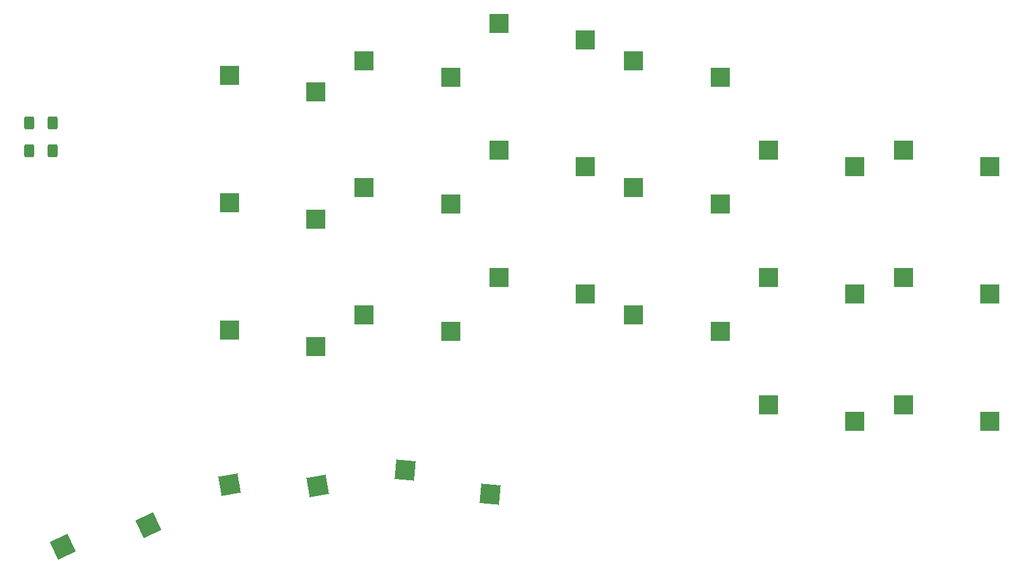
<source format=gbr>
%TF.GenerationSoftware,KiCad,Pcbnew,7.0.5*%
%TF.CreationDate,2023-07-11T21:22:30+02:00*%
%TF.ProjectId,keyboard_pcb,6b657962-6f61-4726-945f-7063622e6b69,rev1.0*%
%TF.SameCoordinates,Original*%
%TF.FileFunction,Paste,Bot*%
%TF.FilePolarity,Positive*%
%FSLAX46Y46*%
G04 Gerber Fmt 4.6, Leading zero omitted, Abs format (unit mm)*
G04 Created by KiCad (PCBNEW 7.0.5) date 2023-07-11 21:22:30*
%MOMM*%
%LPD*%
G01*
G04 APERTURE LIST*
G04 Aperture macros list*
%AMRoundRect*
0 Rectangle with rounded corners*
0 $1 Rounding radius*
0 $2 $3 $4 $5 $6 $7 $8 $9 X,Y pos of 4 corners*
0 Add a 4 corners polygon primitive as box body*
4,1,4,$2,$3,$4,$5,$6,$7,$8,$9,$2,$3,0*
0 Add four circle primitives for the rounded corners*
1,1,$1+$1,$2,$3*
1,1,$1+$1,$4,$5*
1,1,$1+$1,$6,$7*
1,1,$1+$1,$8,$9*
0 Add four rect primitives between the rounded corners*
20,1,$1+$1,$2,$3,$4,$5,0*
20,1,$1+$1,$4,$5,$6,$7,0*
20,1,$1+$1,$6,$7,$8,$9,0*
20,1,$1+$1,$8,$9,$2,$3,0*%
%AMRotRect*
0 Rectangle, with rotation*
0 The origin of the aperture is its center*
0 $1 length*
0 $2 width*
0 $3 Rotation angle, in degrees counterclockwise*
0 Add horizontal line*
21,1,$1,$2,0,0,$3*%
G04 Aperture macros list end*
%ADD10R,2.600000X2.600000*%
%ADD11RotRect,2.600000X2.600000X355.000000*%
%ADD12RotRect,2.600000X2.600000X25.000000*%
%ADD13RotRect,2.600000X2.600000X10.000000*%
%ADD14RoundRect,0.250000X0.400000X0.625000X-0.400000X0.625000X-0.400000X-0.625000X0.400000X-0.625000X0*%
%ADD15RoundRect,0.250000X-0.400000X-0.625000X0.400000X-0.625000X0.400000X0.625000X-0.400000X0.625000X0*%
G04 APERTURE END LIST*
D10*
%TO.C,K25*%
X101965000Y-88050000D03*
X113515000Y-90250000D03*
%TD*%
%TO.C,K24*%
X119965000Y-86050000D03*
X131515000Y-88250000D03*
%TD*%
%TO.C,K21*%
X173965000Y-98050000D03*
X185515000Y-100250000D03*
%TD*%
%TO.C,K02*%
X155965000Y-52050000D03*
X167515000Y-54250000D03*
%TD*%
%TO.C,K10*%
X191965000Y-81050000D03*
X203515000Y-83250000D03*
%TD*%
%TO.C,K04*%
X119965000Y-52050000D03*
X131515000Y-54250000D03*
%TD*%
%TO.C,K12*%
X155965000Y-69050000D03*
X167515000Y-71250000D03*
%TD*%
D11*
%TO.C,K30*%
X125496039Y-106787206D03*
X136810345Y-109985484D03*
%TD*%
D10*
%TO.C,K01*%
X173965000Y-64050000D03*
X185515000Y-66250000D03*
%TD*%
%TO.C,K14*%
X119965000Y-69050000D03*
X131515000Y-71250000D03*
%TD*%
%TO.C,K23*%
X137965000Y-81050000D03*
X149515000Y-83250000D03*
%TD*%
%TO.C,K03*%
X137965000Y-47050000D03*
X149515000Y-49250000D03*
%TD*%
%TO.C,K22*%
X155965000Y-86050000D03*
X167515000Y-88250000D03*
%TD*%
%TO.C,K15*%
X101965000Y-71050000D03*
X113515000Y-73250000D03*
%TD*%
D12*
%TO.C,K32*%
X79757263Y-116991543D03*
X91154878Y-114104180D03*
%TD*%
D10*
%TO.C,K11*%
X173965000Y-81050000D03*
X185515000Y-83250000D03*
%TD*%
%TO.C,K05*%
X101965000Y-54050000D03*
X113515000Y-56250000D03*
%TD*%
%TO.C,K20*%
X191965000Y-98050000D03*
X203515000Y-100250000D03*
%TD*%
%TO.C,K13*%
X137965000Y-64050000D03*
X149515000Y-66250000D03*
%TD*%
%TO.C,K00*%
X191965000Y-64050000D03*
X203515000Y-66250000D03*
%TD*%
D13*
%TO.C,K31*%
X101981548Y-108709092D03*
X113738103Y-108870032D03*
%TD*%
D14*
%TO.C,R2*%
X78359600Y-64109600D03*
X75259600Y-64109600D03*
%TD*%
D15*
%TO.C,R1*%
X75259600Y-60401200D03*
X78359600Y-60401200D03*
%TD*%
M02*

</source>
